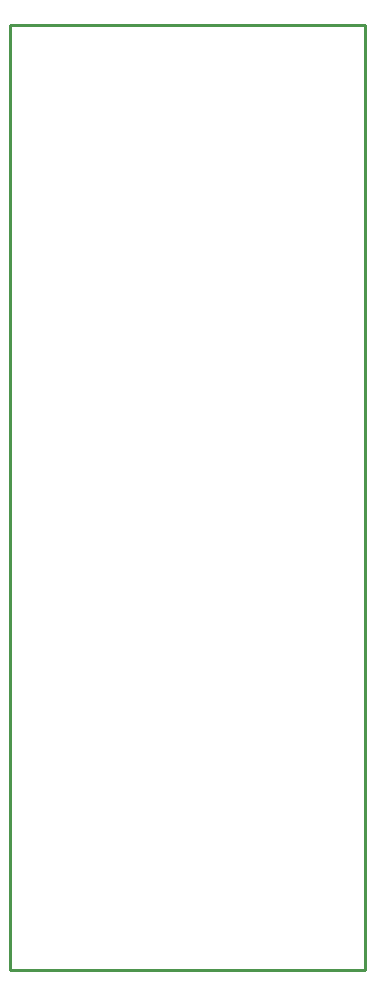
<source format=gm1>
%FSLAX25Y25*%
%MOIN*%
G70*
G01*
G75*
G04 Layer_Color=16711935*
%ADD10R,0.07874X0.03937*%
%ADD11R,0.04724X0.05512*%
G04:AMPARAMS|DCode=12|XSize=9.84mil|YSize=61.02mil|CornerRadius=0mil|HoleSize=0mil|Usage=FLASHONLY|Rotation=225.000|XOffset=0mil|YOffset=0mil|HoleType=Round|Shape=Round|*
%AMOVALD12*
21,1,0.05118,0.00984,0.00000,0.00000,315.0*
1,1,0.00984,-0.01810,0.01810*
1,1,0.00984,0.01810,-0.01810*
%
%ADD12OVALD12*%

G04:AMPARAMS|DCode=13|XSize=9.84mil|YSize=61.02mil|CornerRadius=0mil|HoleSize=0mil|Usage=FLASHONLY|Rotation=135.000|XOffset=0mil|YOffset=0mil|HoleType=Round|Shape=Round|*
%AMOVALD13*
21,1,0.05118,0.00984,0.00000,0.00000,225.0*
1,1,0.00984,0.01810,0.01810*
1,1,0.00984,-0.01810,-0.01810*
%
%ADD13OVALD13*%

%ADD14R,0.09449X0.03937*%
%ADD15R,0.09449X0.12992*%
%ADD16R,0.07087X0.03543*%
%ADD17R,0.23228X0.21654*%
%ADD18R,0.06693X0.06693*%
%ADD19R,0.20276X0.09252*%
%ADD20R,0.07992X0.08976*%
G04:AMPARAMS|DCode=21|XSize=11.81mil|YSize=59.06mil|CornerRadius=2.95mil|HoleSize=0mil|Usage=FLASHONLY|Rotation=0.000|XOffset=0mil|YOffset=0mil|HoleType=Round|Shape=RoundedRectangle|*
%AMROUNDEDRECTD21*
21,1,0.01181,0.05315,0,0,0.0*
21,1,0.00591,0.05906,0,0,0.0*
1,1,0.00591,0.00295,-0.02658*
1,1,0.00591,-0.00295,-0.02658*
1,1,0.00591,-0.00295,0.02658*
1,1,0.00591,0.00295,0.02658*
%
%ADD21ROUNDEDRECTD21*%
G04:AMPARAMS|DCode=22|XSize=11.81mil|YSize=59.06mil|CornerRadius=2.95mil|HoleSize=0mil|Usage=FLASHONLY|Rotation=90.000|XOffset=0mil|YOffset=0mil|HoleType=Round|Shape=RoundedRectangle|*
%AMROUNDEDRECTD22*
21,1,0.01181,0.05315,0,0,90.0*
21,1,0.00591,0.05906,0,0,90.0*
1,1,0.00591,0.02658,0.00295*
1,1,0.00591,0.02658,-0.00295*
1,1,0.00591,-0.02658,-0.00295*
1,1,0.00591,-0.02658,0.00295*
%
%ADD22ROUNDEDRECTD22*%
%ADD23R,0.03937X0.11417*%
%ADD24R,0.40945X0.31496*%
%ADD25R,0.05512X0.04724*%
%ADD26O,0.09843X0.02756*%
%ADD27O,0.08858X0.02362*%
%ADD28R,0.02362X0.04528*%
%ADD29R,0.08465X0.11221*%
%ADD30R,0.04528X0.02362*%
%ADD31R,0.06693X0.06693*%
%ADD32R,0.09252X0.20276*%
%ADD33R,0.11221X0.08465*%
%ADD34R,0.19685X0.31496*%
%ADD35C,0.02000*%
%ADD36C,0.02500*%
%ADD37C,0.01000*%
%ADD38C,0.01500*%
%ADD39C,0.10000*%
%ADD40C,0.05000*%
%ADD41C,0.06299*%
%ADD42C,0.05906*%
%ADD43C,0.06000*%
%ADD44C,0.10000*%
%ADD45C,0.06693*%
%ADD46C,0.09000*%
%ADD47C,0.11000*%
%ADD48C,0.15748*%
%ADD49C,0.11811*%
%ADD50R,0.05906X0.05906*%
%ADD51C,0.07874*%
%ADD52R,0.05906X0.05906*%
%ADD53O,0.07874X0.03937*%
%ADD54O,0.07874X0.03937*%
%ADD55R,0.07874X0.07874*%
%ADD56R,0.07284X0.07284*%
%ADD57C,0.07284*%
%ADD58C,0.00100*%
%ADD59C,0.05000*%
%ADD60C,0.01800*%
%ADD61C,0.02000*%
%ADD62C,0.08000*%
%ADD63C,0.03800*%
%ADD64C,0.03500*%
%ADD65C,0.04000*%
%ADD66C,0.12000*%
%ADD67C,0.00500*%
%ADD68C,0.00984*%
%ADD69C,0.02362*%
%ADD70C,0.00787*%
%ADD71C,0.00800*%
%ADD72R,0.08674X0.04737*%
%ADD73R,0.05524X0.06312*%
G04:AMPARAMS|DCode=74|XSize=17.84mil|YSize=69.02mil|CornerRadius=0mil|HoleSize=0mil|Usage=FLASHONLY|Rotation=225.000|XOffset=0mil|YOffset=0mil|HoleType=Round|Shape=Round|*
%AMOVALD74*
21,1,0.05118,0.01784,0.00000,0.00000,315.0*
1,1,0.01784,-0.01810,0.01810*
1,1,0.01784,0.01810,-0.01810*
%
%ADD74OVALD74*%

G04:AMPARAMS|DCode=75|XSize=17.84mil|YSize=69.02mil|CornerRadius=0mil|HoleSize=0mil|Usage=FLASHONLY|Rotation=135.000|XOffset=0mil|YOffset=0mil|HoleType=Round|Shape=Round|*
%AMOVALD75*
21,1,0.05118,0.01784,0.00000,0.00000,225.0*
1,1,0.01784,0.01810,0.01810*
1,1,0.01784,-0.01810,-0.01810*
%
%ADD75OVALD75*%

%ADD76R,0.10249X0.04737*%
%ADD77R,0.10249X0.13792*%
%ADD78R,0.07887X0.04343*%
%ADD79R,0.24028X0.22453*%
%ADD80R,0.07493X0.07493*%
%ADD81R,0.21076X0.10052*%
%ADD82R,0.08792X0.09776*%
G04:AMPARAMS|DCode=83|XSize=19.81mil|YSize=67.06mil|CornerRadius=6.95mil|HoleSize=0mil|Usage=FLASHONLY|Rotation=0.000|XOffset=0mil|YOffset=0mil|HoleType=Round|Shape=RoundedRectangle|*
%AMROUNDEDRECTD83*
21,1,0.01981,0.05315,0,0,0.0*
21,1,0.00591,0.06706,0,0,0.0*
1,1,0.01391,0.00295,-0.02658*
1,1,0.01391,-0.00295,-0.02658*
1,1,0.01391,-0.00295,0.02658*
1,1,0.01391,0.00295,0.02658*
%
%ADD83ROUNDEDRECTD83*%
G04:AMPARAMS|DCode=84|XSize=19.81mil|YSize=67.06mil|CornerRadius=6.95mil|HoleSize=0mil|Usage=FLASHONLY|Rotation=90.000|XOffset=0mil|YOffset=0mil|HoleType=Round|Shape=RoundedRectangle|*
%AMROUNDEDRECTD84*
21,1,0.01981,0.05315,0,0,90.0*
21,1,0.00591,0.06706,0,0,90.0*
1,1,0.01391,0.02658,0.00295*
1,1,0.01391,0.02658,-0.00295*
1,1,0.01391,-0.02658,-0.00295*
1,1,0.01391,-0.02658,0.00295*
%
%ADD84ROUNDEDRECTD84*%
%ADD85R,0.04737X0.12217*%
%ADD86R,0.41745X0.32296*%
%ADD87R,0.06312X0.05524*%
%ADD88O,0.10642X0.03556*%
%ADD89O,0.09658X0.03162*%
%ADD90R,0.03162X0.05328*%
%ADD91R,0.09265X0.12020*%
%ADD92R,0.05328X0.03162*%
%ADD93R,0.07493X0.07493*%
%ADD94R,0.10052X0.21076*%
%ADD95R,0.12020X0.09265*%
%ADD96R,0.20485X0.32296*%
%ADD97C,0.07099*%
%ADD98C,0.06706*%
%ADD99C,0.06800*%
%ADD100C,0.10800*%
%ADD101C,0.07493*%
%ADD102C,0.09800*%
%ADD103C,0.11800*%
%ADD104C,0.16548*%
%ADD105C,0.12611*%
%ADD106R,0.06706X0.06706*%
%ADD107C,0.08674*%
%ADD108R,0.06706X0.06706*%
%ADD109O,0.08674X0.04737*%
%ADD110O,0.08674X0.04737*%
%ADD111R,0.08674X0.08674*%
%ADD112R,0.08083X0.08083*%
%ADD113C,0.08083*%
%ADD114C,0.00900*%
%ADD115C,0.00800*%
%ADD116C,0.05800*%
%ADD117C,0.02600*%
%ADD118C,0.02800*%
%ADD119C,0.08800*%
%ADD120C,0.04600*%
%ADD121C,0.04300*%
%ADD122C,0.04800*%
%ADD123C,0.12800*%
D37*
X496000Y0D02*
Y314961D01*
X377890D02*
X496000D01*
X377890Y0D02*
Y314961D01*
Y0D02*
X496000D01*
M02*

</source>
